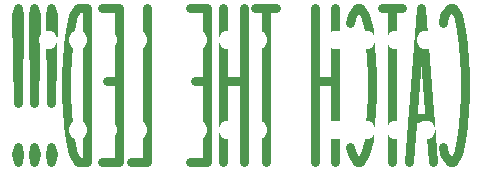
<source format=gbr>
%TF.GenerationSoftware,KiCad,Pcbnew,7.0.11+dfsg-1build4*%
%TF.CreationDate,2025-10-24T22:04:28+11:00*%
%TF.ProjectId,usb-ic,7573622d-6963-42e6-9b69-6361645f7063,rev?*%
%TF.SameCoordinates,Original*%
%TF.FileFunction,Legend,Bot*%
%TF.FilePolarity,Positive*%
%FSLAX46Y46*%
G04 Gerber Fmt 4.6, Leading zero omitted, Abs format (unit mm)*
G04 Created by KiCad (PCBNEW 7.0.11+dfsg-1build4) date 2025-10-24 22:04:28*
%MOMM*%
%LPD*%
G01*
G04 APERTURE LIST*
%ADD10C,0.750000*%
%ADD11R,1.600000X1.600000*%
%ADD12O,1.600000X1.600000*%
G04 APERTURE END LIST*
D10*
X185546007Y-110923952D02*
X185688864Y-111543000D01*
X185688864Y-111543000D02*
X186117436Y-112162047D01*
X186117436Y-112162047D02*
X186403150Y-112162047D01*
X186403150Y-112162047D02*
X186831721Y-111543000D01*
X186831721Y-111543000D02*
X187117436Y-110304904D01*
X187117436Y-110304904D02*
X187260293Y-109066809D01*
X187260293Y-109066809D02*
X187403150Y-106590619D01*
X187403150Y-106590619D02*
X187403150Y-104733476D01*
X187403150Y-104733476D02*
X187260293Y-102257285D01*
X187260293Y-102257285D02*
X187117436Y-101019190D01*
X187117436Y-101019190D02*
X186831721Y-99781095D01*
X186831721Y-99781095D02*
X186403150Y-99162047D01*
X186403150Y-99162047D02*
X186117436Y-99162047D01*
X186117436Y-99162047D02*
X185688864Y-99781095D01*
X185688864Y-99781095D02*
X185546007Y-100400142D01*
X184403150Y-108447761D02*
X182974579Y-108447761D01*
X184688864Y-112162047D02*
X183688864Y-99162047D01*
X183688864Y-99162047D02*
X182688864Y-112162047D01*
X182117435Y-99162047D02*
X180403150Y-99162047D01*
X181260292Y-112162047D02*
X181260292Y-99162047D01*
X177688864Y-110923952D02*
X177831721Y-111543000D01*
X177831721Y-111543000D02*
X178260293Y-112162047D01*
X178260293Y-112162047D02*
X178546007Y-112162047D01*
X178546007Y-112162047D02*
X178974578Y-111543000D01*
X178974578Y-111543000D02*
X179260293Y-110304904D01*
X179260293Y-110304904D02*
X179403150Y-109066809D01*
X179403150Y-109066809D02*
X179546007Y-106590619D01*
X179546007Y-106590619D02*
X179546007Y-104733476D01*
X179546007Y-104733476D02*
X179403150Y-102257285D01*
X179403150Y-102257285D02*
X179260293Y-101019190D01*
X179260293Y-101019190D02*
X178974578Y-99781095D01*
X178974578Y-99781095D02*
X178546007Y-99162047D01*
X178546007Y-99162047D02*
X178260293Y-99162047D01*
X178260293Y-99162047D02*
X177831721Y-99781095D01*
X177831721Y-99781095D02*
X177688864Y-100400142D01*
X176403150Y-112162047D02*
X176403150Y-99162047D01*
X176403150Y-105352523D02*
X174688864Y-105352523D01*
X174688864Y-112162047D02*
X174688864Y-99162047D01*
X171403150Y-99162047D02*
X169688865Y-99162047D01*
X170546007Y-112162047D02*
X170546007Y-99162047D01*
X168688865Y-112162047D02*
X168688865Y-99162047D01*
X168688865Y-105352523D02*
X166974579Y-105352523D01*
X166974579Y-112162047D02*
X166974579Y-99162047D01*
X165546008Y-105352523D02*
X164546008Y-105352523D01*
X164117436Y-112162047D02*
X165546008Y-112162047D01*
X165546008Y-112162047D02*
X165546008Y-99162047D01*
X165546008Y-99162047D02*
X164117436Y-99162047D01*
X159117436Y-112162047D02*
X160546008Y-112162047D01*
X160546008Y-112162047D02*
X160546008Y-99162047D01*
X158117437Y-105352523D02*
X157117437Y-105352523D01*
X156688865Y-112162047D02*
X158117437Y-112162047D01*
X158117437Y-112162047D02*
X158117437Y-99162047D01*
X158117437Y-99162047D02*
X156688865Y-99162047D01*
X155403151Y-112162047D02*
X155403151Y-99162047D01*
X155403151Y-99162047D02*
X154688865Y-99162047D01*
X154688865Y-99162047D02*
X154260294Y-99781095D01*
X154260294Y-99781095D02*
X153974579Y-101019190D01*
X153974579Y-101019190D02*
X153831722Y-102257285D01*
X153831722Y-102257285D02*
X153688865Y-104733476D01*
X153688865Y-104733476D02*
X153688865Y-106590619D01*
X153688865Y-106590619D02*
X153831722Y-109066809D01*
X153831722Y-109066809D02*
X153974579Y-110304904D01*
X153974579Y-110304904D02*
X154260294Y-111543000D01*
X154260294Y-111543000D02*
X154688865Y-112162047D01*
X154688865Y-112162047D02*
X155403151Y-112162047D01*
X152403151Y-110923952D02*
X152260294Y-111543000D01*
X152260294Y-111543000D02*
X152403151Y-112162047D01*
X152403151Y-112162047D02*
X152546008Y-111543000D01*
X152546008Y-111543000D02*
X152403151Y-110923952D01*
X152403151Y-110923952D02*
X152403151Y-112162047D01*
X152403151Y-107209666D02*
X152546008Y-99781095D01*
X152546008Y-99781095D02*
X152403151Y-99162047D01*
X152403151Y-99162047D02*
X152260294Y-99781095D01*
X152260294Y-99781095D02*
X152403151Y-107209666D01*
X152403151Y-107209666D02*
X152403151Y-99162047D01*
X150974580Y-110923952D02*
X150831723Y-111543000D01*
X150831723Y-111543000D02*
X150974580Y-112162047D01*
X150974580Y-112162047D02*
X151117437Y-111543000D01*
X151117437Y-111543000D02*
X150974580Y-110923952D01*
X150974580Y-110923952D02*
X150974580Y-112162047D01*
X150974580Y-107209666D02*
X151117437Y-99781095D01*
X151117437Y-99781095D02*
X150974580Y-99162047D01*
X150974580Y-99162047D02*
X150831723Y-99781095D01*
X150831723Y-99781095D02*
X150974580Y-107209666D01*
X150974580Y-107209666D02*
X150974580Y-99162047D01*
X149546009Y-110923952D02*
X149403152Y-111543000D01*
X149403152Y-111543000D02*
X149546009Y-112162047D01*
X149546009Y-112162047D02*
X149688866Y-111543000D01*
X149688866Y-111543000D02*
X149546009Y-110923952D01*
X149546009Y-110923952D02*
X149546009Y-112162047D01*
X149546009Y-107209666D02*
X149688866Y-99781095D01*
X149688866Y-99781095D02*
X149546009Y-99162047D01*
X149546009Y-99162047D02*
X149403152Y-99781095D01*
X149403152Y-99781095D02*
X149546009Y-107209666D01*
X149546009Y-107209666D02*
X149546009Y-99162047D01*
%LPC*%
D11*
%TO.C,U1*%
X176530000Y-109464000D03*
D12*
X179070000Y-109464000D03*
X181610000Y-109464000D03*
X184150000Y-109464000D03*
X184150000Y-101844000D03*
X181610000Y-101844000D03*
X179070000Y-101844000D03*
X176530000Y-101844000D03*
%TD*%
D11*
%TO.C,U2*%
X152146000Y-109474000D03*
D12*
X154686000Y-109474000D03*
X157226000Y-109474000D03*
X159766000Y-109474000D03*
X162306000Y-109474000D03*
X164846000Y-109474000D03*
X167386000Y-109474000D03*
X169926000Y-109474000D03*
X169926000Y-101854000D03*
X167386000Y-101854000D03*
X164846000Y-101854000D03*
X162306000Y-101854000D03*
X159766000Y-101854000D03*
X157226000Y-101854000D03*
X154686000Y-101854000D03*
X152146000Y-101854000D03*
%TD*%
%LPD*%
M02*

</source>
